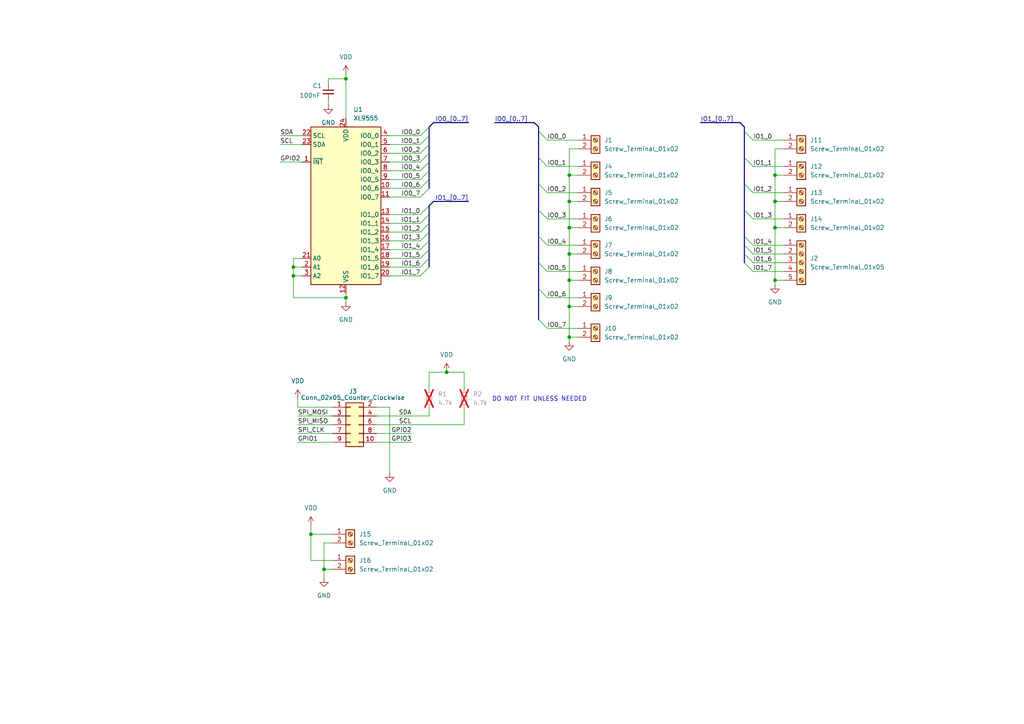
<source format=kicad_sch>
(kicad_sch (version 20250114) (generator "eeschema") (generator_version "9.0")
  (paper "A4")
  (lib_symbols
    (symbol "Connector:Screw_Terminal_01x02" (pin_names (offset 1.016) (hide yes))
      (property "Reference" "J" (at 0 2.54 0))
      (property "Value" "Screw_Terminal_01x02" (at 0 -5.08 0))
      (symbol "Screw_Terminal_01x02_1_1"
        (rectangle (start -1.27 1.27) (end 1.27 -3.81) (stroke (width 0.254)) (fill (type background)))
        (polyline (pts (xy -0.5334 0.3302) (xy 0.3302 -0.508)) (stroke (width 0.1524)))
        (polyline (pts (xy -0.5334 -2.2098) (xy 0.3302 -3.048)) (stroke (width 0.1524)))
        (polyline (pts (xy -0.3556 0.508) (xy 0.508 -0.3302)) (stroke (width 0.1524)))
        (polyline (pts (xy -0.3556 -2.032) (xy 0.508 -2.8702)) (stroke (width 0.1524)))
        (circle (center 0 0) (radius 0.635) (stroke (width 0.1524)))
        (circle (center 0 -2.54) (radius 0.635) (stroke (width 0.1524)))
        (pin passive line (at -5.08 0 0) (length 3.81) (name "Pin_1") (number "1"))
        (pin passive line (at -5.08 -2.54 0) (length 3.81) (name "Pin_2") (number "2"))
      )
    )
    (symbol "Connector:Screw_Terminal_01x05" (pin_names (offset 1.016) (hide yes))
      (property "Reference" "J" (at 0 7.62 0))
      (property "Value" "Screw_Terminal_01x05" (at 0 -7.62 0))
      (symbol "Screw_Terminal_01x05_1_1"
        (rectangle (start -1.27 6.35) (end 1.27 -6.35) (stroke (width 0.254)) (fill (type background)))
        (polyline (pts (xy -0.5334 5.4102) (xy 0.3302 4.572)) (stroke (width 0.1524)))
        (polyline (pts (xy -0.5334 2.8702) (xy 0.3302 2.032)) (stroke (width 0.1524)))
        (polyline (pts (xy -0.5334 0.3302) (xy 0.3302 -0.508)) (stroke (width 0.1524)))
        (polyline (pts (xy -0.5334 -2.2098) (xy 0.3302 -3.048)) (stroke (width 0.1524)))
        (polyline (pts (xy -0.5334 -4.7498) (xy 0.3302 -5.588)) (stroke (width 0.1524)))
        (polyline (pts (xy -0.3556 5.588) (xy 0.508 4.7498)) (stroke (width 0.1524)))
        (polyline (pts (xy -0.3556 3.048) (xy 0.508 2.2098)) (stroke (width 0.1524)))
        (polyline (pts (xy -0.3556 0.508) (xy 0.508 -0.3302)) (stroke (width 0.1524)))
        (polyline (pts (xy -0.3556 -2.032) (xy 0.508 -2.8702)) (stroke (width 0.1524)))
        (polyline (pts (xy -0.3556 -4.572) (xy 0.508 -5.4102)) (stroke (width 0.1524)))
        (circle (center 0 5.08) (radius 0.635) (stroke (width 0.1524)))
        (circle (center 0 2.54) (radius 0.635) (stroke (width 0.1524)))
        (circle (center 0 0) (radius 0.635) (stroke (width 0.1524)))
        (circle (center 0 -2.54) (radius 0.635) (stroke (width 0.1524)))
        (circle (center 0 -5.08) (radius 0.635) (stroke (width 0.1524)))
        (pin passive line (at -5.08 5.08 0) (length 3.81) (name "Pin_1") (number "1"))
        (pin passive line (at -5.08 2.54 0) (length 3.81) (name "Pin_2") (number "2"))
        (pin passive line (at -5.08 0 0) (length 3.81) (name "Pin_3") (number "3"))
        (pin passive line (at -5.08 -2.54 0) (length 3.81) (name "Pin_4") (number "4"))
        (pin passive line (at -5.08 -5.08 0) (length 3.81) (name "Pin_5") (number "5"))
      )
    )
    (symbol "Connector_Generic:Conn_02x05_Odd_Even" (pin_names (offset 1.016) (hide yes))
      (property "Reference" "J" (at 1.27 7.62 0))
      (property "Value" "Conn_02x05_Odd_Even" (at 1.27 -7.62 0))
      (symbol "Conn_02x05_Odd_Even_1_1"
        (rectangle (start -1.27 6.35) (end 3.81 -6.35) (stroke (width 0.254)) (fill (type background)))
        (rectangle (start -1.27 5.207) (end 0 4.953) (stroke (width 0.1524)))
        (rectangle (start -1.27 2.667) (end 0 2.413) (stroke (width 0.1524)))
        (rectangle (start -1.27 0.127) (end 0 -0.127) (stroke (width 0.1524)))
        (rectangle (start -1.27 -2.413) (end 0 -2.667) (stroke (width 0.1524)))
        (rectangle (start -1.27 -4.953) (end 0 -5.207) (stroke (width 0.1524)))
        (rectangle (start 3.81 5.207) (end 2.54 4.953) (stroke (width 0.1524)))
        (rectangle (start 3.81 2.667) (end 2.54 2.413) (stroke (width 0.1524)))
        (rectangle (start 3.81 0.127) (end 2.54 -0.127) (stroke (width 0.1524)))
        (rectangle (start 3.81 -2.413) (end 2.54 -2.667) (stroke (width 0.1524)))
        (rectangle (start 3.81 -4.953) (end 2.54 -5.207) (stroke (width 0.1524)))
        (pin passive line (at -5.08 5.08 0) (length 3.81) (name "Pin_1") (number "1"))
        (pin passive line (at -5.08 2.54 0) (length 3.81) (name "Pin_3") (number "3"))
        (pin passive line (at -5.08 0 0) (length 3.81) (name "Pin_5") (number "5"))
        (pin passive line (at -5.08 -2.54 0) (length 3.81) (name "Pin_7") (number "7"))
        (pin passive line (at -5.08 -5.08 0) (length 3.81) (name "Pin_9") (number "9"))
        (pin passive line (at 7.62 5.08 180) (length 3.81) (name "Pin_2") (number "2"))
        (pin passive line (at 7.62 2.54 180) (length 3.81) (name "Pin_4") (number "4"))
        (pin passive line (at 7.62 0 180) (length 3.81) (name "Pin_6") (number "6"))
        (pin passive line (at 7.62 -2.54 180) (length 3.81) (name "Pin_8") (number "8"))
        (pin passive line (at 7.62 -5.08 180) (length 3.81) (name "Pin_10") (number "10"))
      )
    )
    (symbol "Device:C_Small" (pin_numbers (hide yes)) (pin_names (offset 0.254) (hide yes))
      (property "Reference" "C" (at 0.254 1.778 0))
      (property "Value" "C_Small" (at 0.254 -2.032 0))
      (symbol "C_Small_0_1"
        (polyline (pts (xy -1.524 0.508) (xy 1.524 0.508)) (stroke (width 0.3048)))
        (polyline (pts (xy -1.524 -0.508) (xy 1.524 -0.508)) (stroke (width 0.3302)))
      )
      (symbol "C_Small_1_1"
        (pin passive line (at 0 2.54 270) (length 2.032) (name "~") (number "1"))
        (pin passive line (at 0 -2.54 90) (length 2.032) (name "~") (number "2"))
      )
    )
    (symbol "Device:R_Small" (pin_numbers (hide yes)) (pin_names (offset 0.254) (hide yes))
      (property "Reference" "R" (at 0.762 0.508 0))
      (property "Value" "R_Small" (at 0.762 -1.016 0))
      (symbol "R_Small_0_1"
        (rectangle (start -0.762 1.778) (end 0.762 -1.778) (stroke (width 0.2032)))
      )
      (symbol "R_Small_1_1"
        (pin passive line (at 0 2.54 270) (length 0.762) (name "~") (number "1"))
        (pin passive line (at 0 -2.54 90) (length 0.762) (name "~") (number "2"))
      )
    )
    (symbol "Interface_Expansion:PCA9555PW"
      (property "Reference" "U" (at -8.89 24.13 0))
      (property "Value" "PCA9555PW" (at 6.35 24.13 0))
      (symbol "PCA9555PW_0_1"
        (rectangle (start -10.16 22.86) (end 10.16 -22.86) (stroke (width 0.254)) (fill (type background)))
      )
      (symbol "PCA9555PW_1_1"
        (pin input line (at -12.7 20.32 0) (length 2.54) (name "SCL") (number "22"))
        (pin bidirectional line (at -12.7 17.78 0) (length 2.54) (name "SDA") (number "23"))
        (pin open_collector line (at -12.7 12.7 0) (length 2.54) (name "~{INT}") (number "1"))
        (pin input line (at -12.7 -15.24 0) (length 2.54) (name "A0") (number "21"))
        (pin input line (at -12.7 -17.78 0) (length 2.54) (name "A1") (number "2"))
        (pin input line (at -12.7 -20.32 0) (length 2.54) (name "A2") (number "3"))
        (pin power_in line (at 0 25.4 270) (length 2.54) (name "VDD") (number "24"))
        (pin power_in line (at 0 -25.4 90) (length 2.54) (name "VSS") (number "12"))
        (pin bidirectional line (at 12.7 20.32 180) (length 2.54) (name "IO0_0") (number "4"))
        (pin bidirectional line (at 12.7 17.78 180) (length 2.54) (name "IO0_1") (number "5"))
        (pin bidirectional line (at 12.7 15.24 180) (length 2.54) (name "IO0_2") (number "6"))
        (pin bidirectional line (at 12.7 12.7 180) (length 2.54) (name "IO0_3") (number "7"))
        (pin bidirectional line (at 12.7 10.16 180) (length 2.54) (name "IO0_4") (number "8"))
        (pin bidirectional line (at 12.7 7.62 180) (length 2.54) (name "IO0_5") (number "9"))
        (pin bidirectional line (at 12.7 5.08 180) (length 2.54) (name "IO0_6") (number "10"))
        (pin bidirectional line (at 12.7 2.54 180) (length 2.54) (name "IO0_7") (number "11"))
        (pin bidirectional line (at 12.7 -2.54 180) (length 2.54) (name "IO1_0") (number "13"))
        (pin bidirectional line (at 12.7 -5.08 180) (length 2.54) (name "IO1_1") (number "14"))
        (pin bidirectional line (at 12.7 -7.62 180) (length 2.54) (name "IO1_2") (number "15"))
        (pin bidirectional line (at 12.7 -10.16 180) (length 2.54) (name "IO1_3") (number "16"))
        (pin bidirectional line (at 12.7 -12.7 180) (length 2.54) (name "IO1_4") (number "17"))
        (pin bidirectional line (at 12.7 -15.24 180) (length 2.54) (name "IO1_5") (number "18"))
        (pin bidirectional line (at 12.7 -17.78 180) (length 2.54) (name "IO1_6") (number "19"))
        (pin bidirectional line (at 12.7 -20.32 180) (length 2.54) (name "IO1_7") (number "20"))
      )
    )
    (symbol "power:GND" (power) (pin_numbers (hide yes)) (pin_names (offset 0) (hide yes))
      (property "Value" "GND" (at 0 -3.81 0))
      (symbol "GND_0_1"
        (polyline (pts (xy 0 0) (xy 0 -1.27) (xy 1.27 -1.27) (xy 0 -2.54) (xy -1.27 -1.27) (xy 0 -1.27)))
      )
      (symbol "GND_1_1"
        (pin power_in line (at 0 0 270) (length 0) (name "~") (number "1"))
      )
    )
    (symbol "power:VDD" (power) (pin_numbers (hide yes)) (pin_names (offset 0) (hide yes))
      (property "Value" "VDD" (at 0 3.556 0))
      (symbol "VDD_0_1"
        (polyline (pts (xy -0.762 1.27) (xy 0 2.54)))
        (polyline (pts (xy 0 2.54) (xy 0.762 1.27)))
        (polyline (pts (xy 0 0) (xy 0 2.54)))
      )
      (symbol "VDD_1_1"
        (pin power_in line (at 0 0 90) (length 0) (name "~") (number "1"))
      )
    )
  )
  (text "DO NOT FIT UNLESS NEEDED\n" (at 156.464 115.824 0) (effects (font (size 1.27 1.27))))
  (junction (at 165.1 66.04))
  (junction (at 224.79 50.8))
  (junction (at 165.1 73.66))
  (junction (at 165.1 97.79))
  (junction (at 129.54 107.95))
  (junction (at 165.1 81.28))
  (junction (at 165.1 50.8))
  (junction (at 100.33 22.86))
  (junction (at 85.09 80.01))
  (junction (at 165.1 88.9))
  (junction (at 224.79 58.42))
  (junction (at 93.98 165.1))
  (junction (at 100.33 86.36))
  (junction (at 224.79 66.04))
  (junction (at 165.1 58.42))
  (junction (at 85.09 77.47))
  (junction (at 90.17 154.94))
  (junction (at 224.79 81.28))
  (bus_entry (at 121.92 41.91) (size 2.54 -2.54))
  (bus_entry (at 156.21 92.71) (size 2.54 2.54))
  (bus_entry (at 156.21 76.2) (size 2.54 2.54))
  (bus_entry (at 156.21 68.58) (size 2.54 2.54))
  (bus_entry (at 121.92 69.85) (size 2.54 -2.54))
  (bus_entry (at 121.92 67.31) (size 2.54 -2.54))
  (bus_entry (at 156.21 38.1) (size 2.54 2.54))
  (bus_entry (at 215.9 71.12) (size 2.54 2.54))
  (bus_entry (at 121.92 52.07) (size 2.54 -2.54))
  (bus_entry (at 215.9 76.2) (size 2.54 2.54))
  (bus_entry (at 215.9 38.1) (size 2.54 2.54))
  (bus_entry (at 121.92 54.61) (size 2.54 -2.54))
  (bus_entry (at 121.92 44.45) (size 2.54 -2.54))
  (bus_entry (at 156.21 60.96) (size 2.54 2.54))
  (bus_entry (at 121.92 49.53) (size 2.54 -2.54))
  (bus_entry (at 121.92 74.93) (size 2.54 -2.54))
  (bus_entry (at 156.21 53.34) (size 2.54 2.54))
  (bus_entry (at 121.92 72.39) (size 2.54 -2.54))
  (bus_entry (at 121.92 46.99) (size 2.54 -2.54))
  (bus_entry (at 215.9 53.34) (size 2.54 2.54))
  (bus_entry (at 121.92 77.47) (size 2.54 -2.54))
  (bus_entry (at 121.92 62.23) (size 2.54 -2.54))
  (bus_entry (at 121.92 39.37) (size 2.54 -2.54))
  (bus_entry (at 215.9 60.96) (size 2.54 2.54))
  (bus_entry (at 121.92 80.01) (size 2.54 -2.54))
  (bus_entry (at 121.92 64.77) (size 2.54 -2.54))
  (bus_entry (at 156.21 83.82) (size 2.54 2.54))
  (bus_entry (at 215.9 68.58) (size 2.54 2.54))
  (bus_entry (at 121.92 57.15) (size 2.54 -2.54))
  (bus_entry (at 215.9 45.72) (size 2.54 2.54))
  (bus_entry (at 156.21 45.72) (size 2.54 2.54))
  (bus_entry (at 215.9 73.66) (size 2.54 2.54))
  (bus (pts (xy 156.21 45.72) (xy 156.21 53.34)))
  (wire (pts (xy 113.03 41.91) (xy 121.92 41.91)))
  (bus (pts (xy 156.21 68.58) (xy 156.21 76.2)))
  (bus (pts (xy 215.9 36.83) (xy 215.9 38.1)))
  (wire (pts (xy 158.75 40.64) (xy 167.64 40.64)))
  (bus (pts (xy 124.46 67.31) (xy 124.46 69.85)))
  (bus (pts (xy 124.46 59.69) (xy 124.46 62.23)))
  (wire (pts (xy 218.44 76.2) (xy 227.33 76.2)))
  (wire (pts (xy 165.1 66.04) (xy 165.1 73.66)))
  (bus (pts (xy 124.46 39.37) (xy 124.46 41.91)))
  (wire (pts (xy 90.17 162.56) (xy 90.17 154.94)))
  (wire (pts (xy 165.1 81.28) (xy 165.1 88.9)))
  (bus (pts (xy 124.46 69.85) (xy 124.46 72.39)))
  (wire (pts (xy 86.36 123.19) (xy 96.52 123.19)))
  (bus (pts (xy 124.46 74.93) (xy 124.46 77.47)))
  (wire (pts (xy 218.44 63.5) (xy 227.33 63.5)))
  (wire (pts (xy 158.75 63.5) (xy 167.64 63.5)))
  (wire (pts (xy 93.98 165.1) (xy 93.98 167.64)))
  (wire (pts (xy 113.03 80.01) (xy 121.92 80.01)))
  (wire (pts (xy 87.63 74.93) (xy 85.09 74.93)))
  (wire (pts (xy 165.1 66.04) (xy 167.64 66.04)))
  (bus (pts (xy 124.46 36.83) (xy 124.46 39.37)))
  (bus (pts (xy 124.46 44.45) (xy 124.46 46.99)))
  (wire (pts (xy 109.22 125.73) (xy 119.38 125.73)))
  (wire (pts (xy 158.75 86.36) (xy 167.64 86.36)))
  (wire (pts (xy 224.79 66.04) (xy 224.79 81.28)))
  (bus (pts (xy 124.46 36.83) (xy 125.73 35.56)))
  (bus (pts (xy 124.46 64.77) (xy 124.46 67.31)))
  (wire (pts (xy 96.52 157.48) (xy 93.98 157.48)))
  (wire (pts (xy 90.17 154.94) (xy 90.17 152.4)))
  (wire (pts (xy 224.79 43.18) (xy 224.79 50.8)))
  (wire (pts (xy 113.03 77.47) (xy 121.92 77.47)))
  (bus (pts (xy 215.9 60.96) (xy 215.9 68.58)))
  (bus (pts (xy 156.21 83.82) (xy 156.21 92.71)))
  (wire (pts (xy 224.79 81.28) (xy 227.33 81.28)))
  (wire (pts (xy 85.09 80.01) (xy 85.09 77.47)))
  (wire (pts (xy 113.03 44.45) (xy 121.92 44.45)))
  (wire (pts (xy 86.36 118.11) (xy 96.52 118.11)))
  (wire (pts (xy 165.1 43.18) (xy 165.1 50.8)))
  (wire (pts (xy 124.46 113.03) (xy 124.46 107.95)))
  (wire (pts (xy 85.09 77.47) (xy 87.63 77.47)))
  (wire (pts (xy 100.33 86.36) (xy 100.33 87.63)))
  (wire (pts (xy 158.75 95.25) (xy 167.64 95.25)))
  (wire (pts (xy 218.44 40.64) (xy 227.33 40.64)))
  (wire (pts (xy 96.52 154.94) (xy 90.17 154.94)))
  (wire (pts (xy 86.36 125.73) (xy 96.52 125.73)))
  (wire (pts (xy 81.28 46.99) (xy 87.63 46.99)))
  (wire (pts (xy 165.1 50.8) (xy 165.1 58.42)))
  (wire (pts (xy 86.36 115.57) (xy 86.36 118.11)))
  (wire (pts (xy 218.44 71.12) (xy 227.33 71.12)))
  (bus (pts (xy 215.9 73.66) (xy 215.9 76.2)))
  (wire (pts (xy 86.36 128.27) (xy 96.52 128.27)))
  (wire (pts (xy 134.62 107.95) (xy 129.54 107.95)))
  (wire (pts (xy 218.44 78.74) (xy 227.33 78.74)))
  (wire (pts (xy 113.03 69.85) (xy 121.92 69.85)))
  (wire (pts (xy 158.75 78.74) (xy 167.64 78.74)))
  (wire (pts (xy 165.1 81.28) (xy 167.64 81.28)))
  (bus (pts (xy 124.46 72.39) (xy 124.46 74.93)))
  (wire (pts (xy 113.03 57.15) (xy 121.92 57.15)))
  (wire (pts (xy 165.1 73.66) (xy 165.1 81.28)))
  (wire (pts (xy 158.75 48.26) (xy 167.64 48.26)))
  (wire (pts (xy 113.03 62.23) (xy 121.92 62.23)))
  (bus (pts (xy 124.46 49.53) (xy 124.46 52.07)))
  (wire (pts (xy 134.62 113.03) (xy 134.62 107.95)))
  (bus (pts (xy 124.46 52.07) (xy 124.46 54.61)))
  (bus (pts (xy 203.2 35.56) (xy 214.63 35.56)))
  (bus (pts (xy 143.51 35.56) (xy 154.94 35.56)))
  (wire (pts (xy 109.22 120.65) (xy 124.46 120.65)))
  (wire (pts (xy 158.75 71.12) (xy 167.64 71.12)))
  (wire (pts (xy 224.79 58.42) (xy 227.33 58.42)))
  (wire (pts (xy 113.03 46.99) (xy 121.92 46.99)))
  (wire (pts (xy 95.25 22.86) (xy 95.25 24.13)))
  (wire (pts (xy 90.17 162.56) (xy 96.52 162.56)))
  (bus (pts (xy 156.21 60.96) (xy 156.21 68.58)))
  (bus (pts (xy 215.9 68.58) (xy 215.9 71.12)))
  (wire (pts (xy 81.28 41.91) (xy 87.63 41.91)))
  (wire (pts (xy 100.33 85.09) (xy 100.33 86.36)))
  (bus (pts (xy 156.21 53.34) (xy 156.21 60.96)))
  (wire (pts (xy 85.09 74.93) (xy 85.09 77.47)))
  (bus (pts (xy 125.73 35.56) (xy 135.89 35.56)))
  (bus (pts (xy 124.46 46.99) (xy 124.46 49.53)))
  (wire (pts (xy 124.46 118.11) (xy 124.46 120.65)))
  (wire (pts (xy 113.03 74.93) (xy 121.92 74.93)))
  (wire (pts (xy 86.36 120.65) (xy 96.52 120.65)))
  (wire (pts (xy 165.1 73.66) (xy 167.64 73.66)))
  (bus (pts (xy 215.9 45.72) (xy 215.9 53.34)))
  (wire (pts (xy 165.1 58.42) (xy 167.64 58.42)))
  (wire (pts (xy 113.03 64.77) (xy 121.92 64.77)))
  (bus (pts (xy 124.46 62.23) (xy 124.46 64.77)))
  (wire (pts (xy 95.25 29.21) (xy 95.25 30.48)))
  (wire (pts (xy 224.79 50.8) (xy 227.33 50.8)))
  (wire (pts (xy 224.79 43.18) (xy 227.33 43.18)))
  (wire (pts (xy 224.79 50.8) (xy 224.79 58.42)))
  (bus (pts (xy 125.73 58.42) (xy 135.89 58.42)))
  (wire (pts (xy 113.03 118.11) (xy 113.03 137.16)))
  (wire (pts (xy 124.46 107.95) (xy 129.54 107.95)))
  (bus (pts (xy 156.21 36.83) (xy 156.21 38.1)))
  (bus (pts (xy 215.9 36.83) (xy 214.63 35.56)))
  (wire (pts (xy 93.98 157.48) (xy 93.98 165.1)))
  (wire (pts (xy 224.79 58.42) (xy 224.79 66.04)))
  (bus (pts (xy 156.21 76.2) (xy 156.21 83.82)))
  (wire (pts (xy 81.28 39.37) (xy 87.63 39.37)))
  (wire (pts (xy 113.03 39.37) (xy 121.92 39.37)))
  (wire (pts (xy 85.09 86.36) (xy 100.33 86.36)))
  (wire (pts (xy 134.62 118.11) (xy 134.62 123.19)))
  (wire (pts (xy 113.03 67.31) (xy 121.92 67.31)))
  (wire (pts (xy 158.75 55.88) (xy 167.64 55.88)))
  (wire (pts (xy 165.1 43.18) (xy 167.64 43.18)))
  (wire (pts (xy 109.22 118.11) (xy 113.03 118.11)))
  (wire (pts (xy 113.03 49.53) (xy 121.92 49.53)))
  (wire (pts (xy 109.22 123.19) (xy 134.62 123.19)))
  (wire (pts (xy 165.1 88.9) (xy 165.1 97.79)))
  (wire (pts (xy 218.44 55.88) (xy 227.33 55.88)))
  (wire (pts (xy 95.25 22.86) (xy 100.33 22.86)))
  (wire (pts (xy 218.44 48.26) (xy 227.33 48.26)))
  (wire (pts (xy 165.1 97.79) (xy 167.64 97.79)))
  (wire (pts (xy 224.79 66.04) (xy 227.33 66.04)))
  (bus (pts (xy 124.46 41.91) (xy 124.46 44.45)))
  (wire (pts (xy 113.03 72.39) (xy 121.92 72.39)))
  (wire (pts (xy 218.44 73.66) (xy 227.33 73.66)))
  (bus (pts (xy 156.21 36.83) (xy 154.94 35.56)))
  (wire (pts (xy 113.03 52.07) (xy 121.92 52.07)))
  (wire (pts (xy 109.22 128.27) (xy 119.38 128.27)))
  (bus (pts (xy 215.9 38.1) (xy 215.9 45.72)))
  (wire (pts (xy 100.33 22.86) (xy 100.33 34.29)))
  (bus (pts (xy 124.46 59.69) (xy 125.73 58.42)))
  (wire (pts (xy 165.1 88.9) (xy 167.64 88.9)))
  (wire (pts (xy 165.1 97.79) (xy 165.1 99.06)))
  (wire (pts (xy 224.79 81.28) (xy 224.79 82.55)))
  (bus (pts (xy 215.9 53.34) (xy 215.9 60.96)))
  (wire (pts (xy 165.1 58.42) (xy 165.1 66.04)))
  (wire (pts (xy 165.1 50.8) (xy 167.64 50.8)))
  (bus (pts (xy 156.21 38.1) (xy 156.21 45.72)))
  (wire (pts (xy 96.52 165.1) (xy 93.98 165.1)))
  (wire (pts (xy 85.09 80.01) (xy 85.09 86.36)))
  (wire (pts (xy 87.63 80.01) (xy 85.09 80.01)))
  (wire (pts (xy 100.33 21.59) (xy 100.33 22.86)))
  (wire (pts (xy 113.03 54.61) (xy 121.92 54.61)))
  (bus (pts (xy 215.9 71.12) (xy 215.9 73.66)))
  (label "IO0_5" (at 121.92 52.07 180))
  (label "IO1_6" (at 121.92 77.47 180))
  (label "IO0_5" (at 158.75 78.74 0))
  (label "IO1_[0..7]" (at 203.2 35.56 0))
  (label "IO1_[0..7]" (at 135.89 58.42 180))
  (label "IO1_1" (at 218.44 48.26 0))
  (label "IO1_7" (at 121.92 80.01 180))
  (label "SDA" (at 81.28 39.37 0))
  (label "SPI_MISO" (at 86.36 123.19 0))
  (label "SPI_MOSI" (at 86.36 120.65 0))
  (label "IO1_3" (at 121.92 69.85 180))
  (label "IO1_0" (at 218.44 40.64 0))
  (label "IO0_2" (at 121.92 44.45 180))
  (label "SDA" (at 119.38 120.65 180))
  (label "IO1_7" (at 218.44 78.74 0))
  (label "IO0_3" (at 121.92 46.99 180))
  (label "IO1_1" (at 121.92 64.77 180))
  (label "IO0_[0..7]" (at 143.51 35.56 0))
  (label "GPIO2" (at 119.38 125.73 180))
  (label "IO0_6" (at 121.92 54.61 180))
  (label "IO0_[0..7]" (at 135.89 35.56 180))
  (label "SPI_CLK" (at 86.36 125.73 0))
  (label "IO1_3" (at 218.44 63.5 0))
  (label "IO0_2" (at 158.75 55.88 0))
  (label "GPIO3" (at 119.38 128.27 180))
  (label "IO0_1" (at 121.92 41.91 180))
  (label "IO0_7" (at 158.75 95.25 0))
  (label "IO1_4" (at 121.92 72.39 180))
  (label "SCL" (at 119.38 123.19 180))
  (label "GPIO1" (at 86.36 128.27 0))
  (label "IO0_1" (at 158.75 48.26 0))
  (label "IO1_2" (at 218.44 55.88 0))
  (label "IO1_4" (at 218.44 71.12 0))
  (label "IO0_7" (at 121.92 57.15 180))
  (label "IO1_2" (at 121.92 67.31 180))
  (label "IO0_0" (at 121.92 39.37 180))
  (label "IO0_3" (at 158.75 63.5 0))
  (label "IO0_6" (at 158.75 86.36 0))
  (label "IO1_5" (at 218.44 73.66 0))
  (label "IO0_4" (at 158.75 71.12 0))
  (label "SCL" (at 81.28 41.91 0))
  (label "IO1_0" (at 121.92 62.23 180))
  (label "GPIO2" (at 81.28 46.99 0))
  (label "IO0_0" (at 158.75 40.64 0))
  (label "IO1_6" (at 218.44 76.2 0))
  (label "IO0_4" (at 121.92 49.53 180))
  (label "IO1_5" (at 121.92 74.93 180))
  (symbol (lib_id "power:VDD") (at 129.54 107.95 0) (unit 1)
    (property "Reference" "#PWR010" (effects (hide yes)))
    (property "Value" "VDD" (at 129.54 102.87 0))
    (property "Description" "Power symbol creates a global label with name \"VDD\"" (effects (hide yes)))
  )
  (symbol (lib_id "Connector:Screw_Terminal_01x02") (at 101.6 154.94 0) (unit 1)
    (property "Reference" "J15" (at 104.14 154.9399 0) (effects (justify left)))
    (property "Value" "Screw_Terminal_01x02" (at 104.14 157.4799 0) (effects (justify left)))
    (property "Footprint" "IOExpander16Footprints:WJ15EDGRC-3.81-2P" (effects (hide yes)))
    (property "Description" "Generic screw terminal, single row, 01x02, script generated (kicad-library-utils/schlib/autogen/connector/)" (effects (hide yes)))
  )
  (symbol (lib_id "power:GND") (at 165.1 99.06 0) (unit 1)
    (property "Reference" "#PWR01" (effects (hide yes)))
    (property "Value" "GND" (at 165.1 104.14 0))
    (property "Description" "Power symbol creates a global label with name \"GND\" , ground" (effects (hide yes)))
  )
  (symbol (lib_id "power:VDD") (at 90.17 152.4 0) (unit 1)
    (property "Reference" "#PWR09" (effects (hide yes)))
    (property "Value" "VDD" (at 90.17 147.32 0))
    (property "Description" "Power symbol creates a global label with name \"VDD\"" (effects (hide yes)))
  )
  (symbol (lib_id "Connector:Screw_Terminal_01x02") (at 172.72 78.74 0) (unit 1)
    (property "Reference" "J8" (at 175.26 78.7399 0) (effects (justify left)))
    (property "Value" "Screw_Terminal_01x02" (at 175.26 81.2799 0) (effects (justify left)))
    (property "Footprint" "IOExpander16Footprints:WJ15EDGRC-3.81-2P" (effects (hide yes)))
    (property "Description" "Generic screw terminal, single row, 01x02, script generated (kicad-library-utils/schlib/autogen/connector/)" (effects (hide yes)))
  )
  (symbol (lib_id "Interface_Expansion:PCA9555PW") (at 100.33 59.69 0) (unit 1)
    (property "Reference" "U1" (at 102.4733 31.75 0) (effects (justify left)))
    (property "Value" "XL9555" (at 102.4733 34.29 0) (effects (justify left)))
    (property "Footprint" "Package_SO:TSSOP-24_4.4x7.8mm_P0.65mm" (effects (hide yes)))
    (property "Datasheet" "https://www.lcsc.com/datasheet/lcsc_datasheet_2410122054_XINLUDA-XL9555_C609791.pdf" (effects (hide yes)))
    (property "Description" "IO expander 16 GPIO, I2C 400kHz, Interrupt, 2.3 - 5.5V, TSSOP-24" (effects (hide yes)))
  )
  (symbol (lib_id "Connector:Screw_Terminal_01x02") (at 232.41 55.88 0) (unit 1)
    (property "Reference" "J13" (at 234.95 55.8799 0) (effects (justify left)))
    (property "Value" "Screw_Terminal_01x02" (at 234.95 58.4199 0) (effects (justify left)))
    (property "Footprint" "IOExpander16Footprints:WJ15EDGRC-3.81-2P" (effects (hide yes)))
    (property "Description" "Generic screw terminal, single row, 01x02, script generated (kicad-library-utils/schlib/autogen/connector/)" (effects (hide yes)))
  )
  (symbol (lib_id "Connector:Screw_Terminal_01x02") (at 172.72 48.26 0) (unit 1)
    (property "Reference" "J4" (at 175.26 48.2599 0) (effects (justify left)))
    (property "Value" "Screw_Terminal_01x02" (at 175.26 50.7999 0) (effects (justify left)))
    (property "Footprint" "IOExpander16Footprints:WJ15EDGRC-3.81-2P" (effects (hide yes)))
    (property "Description" "Generic screw terminal, single row, 01x02, script generated (kicad-library-utils/schlib/autogen/connector/)" (effects (hide yes)))
  )
  (symbol (lib_id "power:GND") (at 224.79 82.55 0) (unit 1)
    (property "Reference" "#PWR02" (effects (hide yes)))
    (property "Value" "GND" (at 224.79 87.63 0))
    (property "Description" "Power symbol creates a global label with name \"GND\" , ground" (effects (hide yes)))
  )
  (symbol (lib_id "Connector:Screw_Terminal_01x02") (at 172.72 71.12 0) (unit 1)
    (property "Reference" "J7" (at 175.26 71.1199 0) (effects (justify left)))
    (property "Value" "Screw_Terminal_01x02" (at 175.26 73.6599 0) (effects (justify left)))
    (property "Footprint" "IOExpander16Footprints:WJ15EDGRC-3.81-2P" (effects (hide yes)))
    (property "Description" "Generic screw terminal, single row, 01x02, script generated (kicad-library-utils/schlib/autogen/connector/)" (effects (hide yes)))
  )
  (symbol (lib_id "power:VDD") (at 86.36 115.57 0) (unit 1)
    (property "Reference" "#PWR05" (effects (hide yes)))
    (property "Value" "VDD" (at 86.36 110.49 0))
    (property "Description" "Power symbol creates a global label with name \"VDD\"" (effects (hide yes)))
  )
  (symbol (lib_id "Connector:Screw_Terminal_01x02") (at 172.72 86.36 0) (unit 1)
    (property "Reference" "J9" (at 175.26 86.3599 0) (effects (justify left)))
    (property "Value" "Screw_Terminal_01x02" (at 175.26 88.8999 0) (effects (justify left)))
    (property "Footprint" "IOExpander16Footprints:WJ15EDGRC-3.81-2P" (effects (hide yes)))
    (property "Description" "Generic screw terminal, single row, 01x02, script generated (kicad-library-utils/schlib/autogen/connector/)" (effects (hide yes)))
  )
  (symbol (lib_id "Connector:Screw_Terminal_01x02") (at 101.6 162.56 0) (unit 1)
    (property "Reference" "J16" (at 104.14 162.5599 0) (effects (justify left)))
    (property "Value" "Screw_Terminal_01x02" (at 104.14 165.0999 0) (effects (justify left)))
    (property "Footprint" "IOExpander16Footprints:WJ15EDGRC-3.81-2P" (effects (hide yes)))
    (property "Description" "Generic screw terminal, single row, 01x02, script generated (kicad-library-utils/schlib/autogen/connector/)" (effects (hide yes)))
  )
  (symbol (lib_id "Device:R_Small") (at 124.46 115.57 0) (unit 1) (dnp yes)
    (property "Reference" "R1" (at 127 114.2999 0) (effects (justify left)))
    (property "Value" "4.7k" (at 127 116.8399 0) (effects (justify left)))
    (property "Footprint" "Resistor_THT:R_Axial_DIN0411_L9.9mm_D3.6mm_P12.70mm_Horizontal" (effects (hide yes)))
    (property "Description" "Resistor, small symbol" (effects (hide yes)))
  )
  (symbol (lib_id "power:GND") (at 93.98 167.64 0) (unit 1)
    (property "Reference" "#PWR08" (effects (hide yes)))
    (property "Value" "GND" (at 93.98 172.72 0))
    (property "Description" "Power symbol creates a global label with name \"GND\" , ground" (effects (hide yes)))
  )
  (symbol (lib_id "Connector:Screw_Terminal_01x02") (at 232.41 63.5 0) (unit 1)
    (property "Reference" "J14" (at 234.95 63.4999 0) (effects (justify left)))
    (property "Value" "Screw_Terminal_01x02" (at 234.95 66.0399 0) (effects (justify left)))
    (property "Footprint" "IOExpander16Footprints:WJ15EDGRC-3.81-2P" (effects (hide yes)))
    (property "Description" "Generic screw terminal, single row, 01x02, script generated (kicad-library-utils/schlib/autogen/connector/)" (effects (hide yes)))
  )
  (symbol (lib_id "Connector:Screw_Terminal_01x02") (at 172.72 63.5 0) (unit 1)
    (property "Reference" "J6" (at 175.26 63.4999 0) (effects (justify left)))
    (property "Value" "Screw_Terminal_01x02" (at 175.26 66.0399 0) (effects (justify left)))
    (property "Footprint" "IOExpander16Footprints:WJ15EDGRC-3.81-2P" (effects (hide yes)))
    (property "Description" "Generic screw terminal, single row, 01x02, script generated (kicad-library-utils/schlib/autogen/connector/)" (effects (hide yes)))
  )
  (symbol (lib_id "Connector:Screw_Terminal_01x02") (at 172.72 55.88 0) (unit 1)
    (property "Reference" "J5" (at 175.26 55.8799 0) (effects (justify left)))
    (property "Value" "Screw_Terminal_01x02" (at 175.26 58.4199 0) (effects (justify left)))
    (property "Footprint" "IOExpander16Footprints:WJ15EDGRC-3.81-2P" (effects (hide yes)))
    (property "Description" "Generic screw terminal, single row, 01x02, script generated (kicad-library-utils/schlib/autogen/connector/)" (effects (hide yes)))
  )
  (symbol (lib_id "power:GND") (at 95.25 30.48 0) (unit 1)
    (property "Reference" "#PWR04" (effects (hide yes)))
    (property "Value" "GND" (at 95.25 35.56 0))
    (property "Description" "Power symbol creates a global label with name \"GND\" , ground" (effects (hide yes)))
  )
  (symbol (lib_id "power:VDD") (at 100.33 21.59 0) (unit 1)
    (property "Reference" "#PWR07" (effects (hide yes)))
    (property "Value" "VDD" (at 100.33 16.51 0))
    (property "Description" "Power symbol creates a global label with name \"VDD\"" (effects (hide yes)))
  )
  (symbol (lib_id "Connector:Screw_Terminal_01x02") (at 232.41 40.64 0) (unit 1)
    (property "Reference" "J11" (at 234.95 40.6399 0) (effects (justify left)))
    (property "Value" "Screw_Terminal_01x02" (at 234.95 43.1799 0) (effects (justify left)))
    (property "Footprint" "IOExpander16Footprints:WJ15EDGRC-3.81-2P" (effects (hide yes)))
    (property "Description" "Generic screw terminal, single row, 01x02, script generated (kicad-library-utils/schlib/autogen/connector/)" (effects (hide yes)))
  )
  (symbol (lib_id "Device:C_Small") (at 95.25 26.67 0) (mirror y) (unit 1)
    (property "Reference" "C1" (at 90.678 24.892 0) (effects (justify right)))
    (property "Value" "100nF" (at 86.868 27.686 0) (effects (justify right)))
    (property "Footprint" "Capacitor_THT:C_Disc_D3.0mm_W1.6mm_P2.50mm" (effects (hide yes)))
    (property "Description" "Unpolarized capacitor, small symbol" (effects (hide yes)))
  )
  (symbol (lib_id "Connector:Screw_Terminal_01x05") (at 232.41 76.2 0) (unit 1)
    (property "Reference" "J2" (at 234.95 74.9299 0) (effects (justify left)))
    (property "Value" "Screw_Terminal_01x05" (at 234.95 77.4699 0) (effects (justify left)))
    (property "Footprint" "IOExpander16Footprints:WJ15EDGRC-3.81-5P" (effects (hide yes)))
    (property "Description" "Generic screw terminal, single row, 01x05, script generated (kicad-library-utils/schlib/autogen/connector/)" (effects (hide yes)))
  )
  (symbol (lib_id "power:GND") (at 100.33 87.63 0) (unit 1)
    (property "Reference" "#PWR03" (effects (hide yes)))
    (property "Value" "GND" (at 100.33 92.71 0))
    (property "Description" "Power symbol creates a global label with name \"GND\" , ground" (effects (hide yes)))
  )
  (symbol (lib_id "power:GND") (at 113.03 137.16 0) (unit 1)
    (property "Reference" "#PWR06" (effects (hide yes)))
    (property "Value" "GND" (at 113.03 142.24 0))
    (property "Description" "Power symbol creates a global label with name \"GND\" , ground" (effects (hide yes)))
  )
  (symbol (lib_id "Connector_Generic:Conn_02x05_Odd_Even") (at 101.6 123.19 0) (unit 1)
    (property "Reference" "J3" (at 102.362 113.538 0))
    (property "Value" "Conn_02x05_Counter_Clockwise" (at 102.362 115.316 0))
    (property "Footprint" "Connector_IDC:IDC-Header_2x05_P2.54mm_Horizontal" (effects (hide yes)))
    (property "Description" "Generic connector, double row, 02x05, odd/even pin numbering scheme (row 1 odd numbers, row 2 even numbers), script generated (kicad-library-utils/schlib/autogen/connector/)" (effects (hide yes)))
  )
  (symbol (lib_id "Connector:Screw_Terminal_01x02") (at 172.72 40.64 0) (unit 1)
    (property "Reference" "J1" (at 175.26 40.6399 0) (effects (justify left)))
    (property "Value" "Screw_Terminal_01x02" (at 175.26 43.1799 0) (effects (justify left)))
    (property "Footprint" "IOExpander16Footprints:WJ15EDGRC-3.81-2P" (effects (hide yes)))
    (property "Description" "Generic screw terminal, single row, 01x02, script generated (kicad-library-utils/schlib/autogen/connector/)" (effects (hide yes)))
  )
  (symbol (lib_id "Connector:Screw_Terminal_01x02") (at 232.41 48.26 0) (unit 1)
    (property "Reference" "J12" (at 234.95 48.2599 0) (effects (justify left)))
    (property "Value" "Screw_Terminal_01x02" (at 234.95 50.7999 0) (effects (justify left)))
    (property "Footprint" "IOExpander16Footprints:WJ15EDGRC-3.81-2P" (effects (hide yes)))
    (property "Description" "Generic screw terminal, single row, 01x02, script generated (kicad-library-utils/schlib/autogen/connector/)" (effects (hide yes)))
  )
  (symbol (lib_id "Connector:Screw_Terminal_01x02") (at 172.72 95.25 0) (unit 1)
    (property "Reference" "J10" (at 175.26 95.2499 0) (effects (justify left)))
    (property "Value" "Screw_Terminal_01x02" (at 175.26 97.7899 0) (effects (justify left)))
    (property "Footprint" "IOExpander16Footprints:WJ15EDGRC-3.81-2P" (effects (hide yes)))
    (property "Description" "Generic screw terminal, single row, 01x02, script generated (kicad-library-utils/schlib/autogen/connector/)" (effects (hide yes)))
  )
  (symbol (lib_id "Device:R_Small") (at 134.62 115.57 0) (unit 1) (dnp yes)
    (property "Reference" "R2" (at 137.16 114.2999 0) (effects (justify left)))
    (property "Value" "4.7k" (at 137.16 116.8399 0) (effects (justify left)))
    (property "Footprint" "Resistor_THT:R_Axial_DIN0411_L9.9mm_D3.6mm_P12.70mm_Horizontal" (effects (hide yes)))
    (property "Description" "Resistor, small symbol" (effects (hide yes)))
  )
)
</source>
